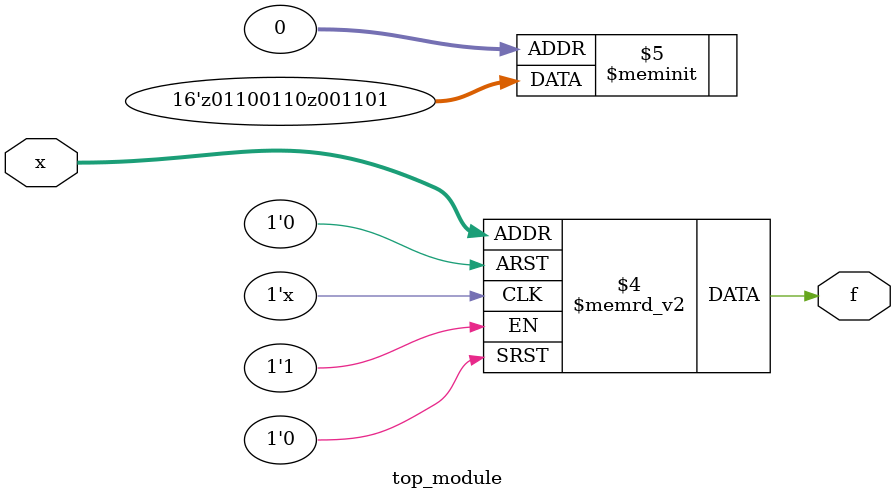
<source format=sv>
module top_module (
	input [4:1] x,
	output logic f
);

always_comb begin
    case (x)
        4'b00_00: f = 1'b1;
        4'b00_01: f = 1'b0;
        4'b00_10: f = 1'b1;
        4'b00_11: f = 1'b1;
        4'b01_00: f = 1'b0;
        4'b01_01: f = 1'b0;
        4'b01_10: f = 1'bz;
        4'b01_11: f = 1'b0;
        4'b10_00: f = 1'b1;
        4'b10_01: f = 1'b1;
        4'b10_10: f = 1'b0;
        4'b10_11: f = 1'b0;
        4'b11_00: f = 1'b1;
        4'b11_01: f = 1'b1;
        4'b11_10: f = 1'b0;
        4'b11_11: f = 1'bz;
        default: f = 1'bz; // Handle don't-cares
    endcase
end

endmodule

</source>
